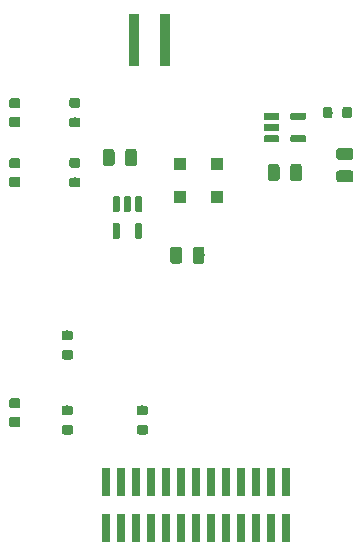
<source format=gbr>
G04 #@! TF.GenerationSoftware,KiCad,Pcbnew,(5.1.4)-1*
G04 #@! TF.CreationDate,2021-07-09T03:02:35+09:00*
G04 #@! TF.ProjectId,RemoteEmergencyKill,52656d6f-7465-4456-9d65-7267656e6379,rev?*
G04 #@! TF.SameCoordinates,Original*
G04 #@! TF.FileFunction,Paste,Top*
G04 #@! TF.FilePolarity,Positive*
%FSLAX46Y46*%
G04 Gerber Fmt 4.6, Leading zero omitted, Abs format (unit mm)*
G04 Created by KiCad (PCBNEW (5.1.4)-1) date 2021-07-09 03:02:35*
%MOMM*%
%LPD*%
G04 APERTURE LIST*
%ADD10R,0.740000X2.400000*%
%ADD11C,0.100000*%
%ADD12C,0.600000*%
%ADD13C,0.800000*%
%ADD14R,0.900000X4.500000*%
%ADD15C,0.875000*%
%ADD16R,1.100000X1.100000*%
%ADD17C,1.000000*%
G04 APERTURE END LIST*
D10*
X125854999Y-113790000D03*
X123314999Y-113790000D03*
X125854999Y-117690000D03*
X124584999Y-117690000D03*
X124584999Y-113790000D03*
X127124999Y-117690000D03*
X127124999Y-113790000D03*
X123314999Y-117690000D03*
X128394999Y-117690000D03*
X128394999Y-113790000D03*
X129664999Y-117690000D03*
X137284999Y-113790000D03*
X138554999Y-117690000D03*
X134744999Y-117690000D03*
X133474999Y-113790000D03*
X137284999Y-117690000D03*
X133474999Y-117690000D03*
X132204999Y-113790000D03*
X136014999Y-113790000D03*
X130934999Y-113790000D03*
X132204999Y-117690000D03*
X130934999Y-117690000D03*
X136014999Y-117690000D03*
X129664999Y-113790000D03*
X138554999Y-113790000D03*
X134744999Y-113790000D03*
D11*
G36*
X126209703Y-91915722D02*
G01*
X126224264Y-91917882D01*
X126238543Y-91921459D01*
X126252403Y-91926418D01*
X126265710Y-91932712D01*
X126278336Y-91940280D01*
X126290159Y-91949048D01*
X126301066Y-91958934D01*
X126310952Y-91969841D01*
X126319720Y-91981664D01*
X126327288Y-91994290D01*
X126333582Y-92007597D01*
X126338541Y-92021457D01*
X126342118Y-92035736D01*
X126344278Y-92050297D01*
X126345000Y-92065000D01*
X126345000Y-93090000D01*
X126344278Y-93104703D01*
X126342118Y-93119264D01*
X126338541Y-93133543D01*
X126333582Y-93147403D01*
X126327288Y-93160710D01*
X126319720Y-93173336D01*
X126310952Y-93185159D01*
X126301066Y-93196066D01*
X126290159Y-93205952D01*
X126278336Y-93214720D01*
X126265710Y-93222288D01*
X126252403Y-93228582D01*
X126238543Y-93233541D01*
X126224264Y-93237118D01*
X126209703Y-93239278D01*
X126195000Y-93240000D01*
X125895000Y-93240000D01*
X125880297Y-93239278D01*
X125865736Y-93237118D01*
X125851457Y-93233541D01*
X125837597Y-93228582D01*
X125824290Y-93222288D01*
X125811664Y-93214720D01*
X125799841Y-93205952D01*
X125788934Y-93196066D01*
X125779048Y-93185159D01*
X125770280Y-93173336D01*
X125762712Y-93160710D01*
X125756418Y-93147403D01*
X125751459Y-93133543D01*
X125747882Y-93119264D01*
X125745722Y-93104703D01*
X125745000Y-93090000D01*
X125745000Y-92065000D01*
X125745722Y-92050297D01*
X125747882Y-92035736D01*
X125751459Y-92021457D01*
X125756418Y-92007597D01*
X125762712Y-91994290D01*
X125770280Y-91981664D01*
X125779048Y-91969841D01*
X125788934Y-91958934D01*
X125799841Y-91949048D01*
X125811664Y-91940280D01*
X125824290Y-91932712D01*
X125837597Y-91926418D01*
X125851457Y-91921459D01*
X125865736Y-91917882D01*
X125880297Y-91915722D01*
X125895000Y-91915000D01*
X126195000Y-91915000D01*
X126209703Y-91915722D01*
X126209703Y-91915722D01*
G37*
D12*
X126045000Y-92577500D03*
D11*
G36*
X124309703Y-91915722D02*
G01*
X124324264Y-91917882D01*
X124338543Y-91921459D01*
X124352403Y-91926418D01*
X124365710Y-91932712D01*
X124378336Y-91940280D01*
X124390159Y-91949048D01*
X124401066Y-91958934D01*
X124410952Y-91969841D01*
X124419720Y-91981664D01*
X124427288Y-91994290D01*
X124433582Y-92007597D01*
X124438541Y-92021457D01*
X124442118Y-92035736D01*
X124444278Y-92050297D01*
X124445000Y-92065000D01*
X124445000Y-93090000D01*
X124444278Y-93104703D01*
X124442118Y-93119264D01*
X124438541Y-93133543D01*
X124433582Y-93147403D01*
X124427288Y-93160710D01*
X124419720Y-93173336D01*
X124410952Y-93185159D01*
X124401066Y-93196066D01*
X124390159Y-93205952D01*
X124378336Y-93214720D01*
X124365710Y-93222288D01*
X124352403Y-93228582D01*
X124338543Y-93233541D01*
X124324264Y-93237118D01*
X124309703Y-93239278D01*
X124295000Y-93240000D01*
X123995000Y-93240000D01*
X123980297Y-93239278D01*
X123965736Y-93237118D01*
X123951457Y-93233541D01*
X123937597Y-93228582D01*
X123924290Y-93222288D01*
X123911664Y-93214720D01*
X123899841Y-93205952D01*
X123888934Y-93196066D01*
X123879048Y-93185159D01*
X123870280Y-93173336D01*
X123862712Y-93160710D01*
X123856418Y-93147403D01*
X123851459Y-93133543D01*
X123847882Y-93119264D01*
X123845722Y-93104703D01*
X123845000Y-93090000D01*
X123845000Y-92065000D01*
X123845722Y-92050297D01*
X123847882Y-92035736D01*
X123851459Y-92021457D01*
X123856418Y-92007597D01*
X123862712Y-91994290D01*
X123870280Y-91981664D01*
X123879048Y-91969841D01*
X123888934Y-91958934D01*
X123899841Y-91949048D01*
X123911664Y-91940280D01*
X123924290Y-91932712D01*
X123937597Y-91926418D01*
X123951457Y-91921459D01*
X123965736Y-91917882D01*
X123980297Y-91915722D01*
X123995000Y-91915000D01*
X124295000Y-91915000D01*
X124309703Y-91915722D01*
X124309703Y-91915722D01*
G37*
D12*
X124145000Y-92577500D03*
D11*
G36*
X124309703Y-89640722D02*
G01*
X124324264Y-89642882D01*
X124338543Y-89646459D01*
X124352403Y-89651418D01*
X124365710Y-89657712D01*
X124378336Y-89665280D01*
X124390159Y-89674048D01*
X124401066Y-89683934D01*
X124410952Y-89694841D01*
X124419720Y-89706664D01*
X124427288Y-89719290D01*
X124433582Y-89732597D01*
X124438541Y-89746457D01*
X124442118Y-89760736D01*
X124444278Y-89775297D01*
X124445000Y-89790000D01*
X124445000Y-90815000D01*
X124444278Y-90829703D01*
X124442118Y-90844264D01*
X124438541Y-90858543D01*
X124433582Y-90872403D01*
X124427288Y-90885710D01*
X124419720Y-90898336D01*
X124410952Y-90910159D01*
X124401066Y-90921066D01*
X124390159Y-90930952D01*
X124378336Y-90939720D01*
X124365710Y-90947288D01*
X124352403Y-90953582D01*
X124338543Y-90958541D01*
X124324264Y-90962118D01*
X124309703Y-90964278D01*
X124295000Y-90965000D01*
X123995000Y-90965000D01*
X123980297Y-90964278D01*
X123965736Y-90962118D01*
X123951457Y-90958541D01*
X123937597Y-90953582D01*
X123924290Y-90947288D01*
X123911664Y-90939720D01*
X123899841Y-90930952D01*
X123888934Y-90921066D01*
X123879048Y-90910159D01*
X123870280Y-90898336D01*
X123862712Y-90885710D01*
X123856418Y-90872403D01*
X123851459Y-90858543D01*
X123847882Y-90844264D01*
X123845722Y-90829703D01*
X123845000Y-90815000D01*
X123845000Y-89790000D01*
X123845722Y-89775297D01*
X123847882Y-89760736D01*
X123851459Y-89746457D01*
X123856418Y-89732597D01*
X123862712Y-89719290D01*
X123870280Y-89706664D01*
X123879048Y-89694841D01*
X123888934Y-89683934D01*
X123899841Y-89674048D01*
X123911664Y-89665280D01*
X123924290Y-89657712D01*
X123937597Y-89651418D01*
X123951457Y-89646459D01*
X123965736Y-89642882D01*
X123980297Y-89640722D01*
X123995000Y-89640000D01*
X124295000Y-89640000D01*
X124309703Y-89640722D01*
X124309703Y-89640722D01*
G37*
D12*
X124145000Y-90302500D03*
D11*
G36*
X125259703Y-89640722D02*
G01*
X125274264Y-89642882D01*
X125288543Y-89646459D01*
X125302403Y-89651418D01*
X125315710Y-89657712D01*
X125328336Y-89665280D01*
X125340159Y-89674048D01*
X125351066Y-89683934D01*
X125360952Y-89694841D01*
X125369720Y-89706664D01*
X125377288Y-89719290D01*
X125383582Y-89732597D01*
X125388541Y-89746457D01*
X125392118Y-89760736D01*
X125394278Y-89775297D01*
X125395000Y-89790000D01*
X125395000Y-90815000D01*
X125394278Y-90829703D01*
X125392118Y-90844264D01*
X125388541Y-90858543D01*
X125383582Y-90872403D01*
X125377288Y-90885710D01*
X125369720Y-90898336D01*
X125360952Y-90910159D01*
X125351066Y-90921066D01*
X125340159Y-90930952D01*
X125328336Y-90939720D01*
X125315710Y-90947288D01*
X125302403Y-90953582D01*
X125288543Y-90958541D01*
X125274264Y-90962118D01*
X125259703Y-90964278D01*
X125245000Y-90965000D01*
X124945000Y-90965000D01*
X124930297Y-90964278D01*
X124915736Y-90962118D01*
X124901457Y-90958541D01*
X124887597Y-90953582D01*
X124874290Y-90947288D01*
X124861664Y-90939720D01*
X124849841Y-90930952D01*
X124838934Y-90921066D01*
X124829048Y-90910159D01*
X124820280Y-90898336D01*
X124812712Y-90885710D01*
X124806418Y-90872403D01*
X124801459Y-90858543D01*
X124797882Y-90844264D01*
X124795722Y-90829703D01*
X124795000Y-90815000D01*
X124795000Y-89790000D01*
X124795722Y-89775297D01*
X124797882Y-89760736D01*
X124801459Y-89746457D01*
X124806418Y-89732597D01*
X124812712Y-89719290D01*
X124820280Y-89706664D01*
X124829048Y-89694841D01*
X124838934Y-89683934D01*
X124849841Y-89674048D01*
X124861664Y-89665280D01*
X124874290Y-89657712D01*
X124887597Y-89651418D01*
X124901457Y-89646459D01*
X124915736Y-89642882D01*
X124930297Y-89640722D01*
X124945000Y-89640000D01*
X125245000Y-89640000D01*
X125259703Y-89640722D01*
X125259703Y-89640722D01*
G37*
D12*
X125095000Y-90302500D03*
D11*
G36*
X126209703Y-89640722D02*
G01*
X126224264Y-89642882D01*
X126238543Y-89646459D01*
X126252403Y-89651418D01*
X126265710Y-89657712D01*
X126278336Y-89665280D01*
X126290159Y-89674048D01*
X126301066Y-89683934D01*
X126310952Y-89694841D01*
X126319720Y-89706664D01*
X126327288Y-89719290D01*
X126333582Y-89732597D01*
X126338541Y-89746457D01*
X126342118Y-89760736D01*
X126344278Y-89775297D01*
X126345000Y-89790000D01*
X126345000Y-90815000D01*
X126344278Y-90829703D01*
X126342118Y-90844264D01*
X126338541Y-90858543D01*
X126333582Y-90872403D01*
X126327288Y-90885710D01*
X126319720Y-90898336D01*
X126310952Y-90910159D01*
X126301066Y-90921066D01*
X126290159Y-90930952D01*
X126278336Y-90939720D01*
X126265710Y-90947288D01*
X126252403Y-90953582D01*
X126238543Y-90958541D01*
X126224264Y-90962118D01*
X126209703Y-90964278D01*
X126195000Y-90965000D01*
X125895000Y-90965000D01*
X125880297Y-90964278D01*
X125865736Y-90962118D01*
X125851457Y-90958541D01*
X125837597Y-90953582D01*
X125824290Y-90947288D01*
X125811664Y-90939720D01*
X125799841Y-90930952D01*
X125788934Y-90921066D01*
X125779048Y-90910159D01*
X125770280Y-90898336D01*
X125762712Y-90885710D01*
X125756418Y-90872403D01*
X125751459Y-90858543D01*
X125747882Y-90844264D01*
X125745722Y-90829703D01*
X125745000Y-90815000D01*
X125745000Y-89790000D01*
X125745722Y-89775297D01*
X125747882Y-89760736D01*
X125751459Y-89746457D01*
X125756418Y-89732597D01*
X125762712Y-89719290D01*
X125770280Y-89706664D01*
X125779048Y-89694841D01*
X125788934Y-89683934D01*
X125799841Y-89674048D01*
X125811664Y-89665280D01*
X125824290Y-89657712D01*
X125837597Y-89651418D01*
X125851457Y-89646459D01*
X125865736Y-89642882D01*
X125880297Y-89640722D01*
X125895000Y-89640000D01*
X126195000Y-89640000D01*
X126209703Y-89640722D01*
X126209703Y-89640722D01*
G37*
D12*
X126045000Y-90302500D03*
D11*
G36*
X140094703Y-82570722D02*
G01*
X140109264Y-82572882D01*
X140123543Y-82576459D01*
X140137403Y-82581418D01*
X140150710Y-82587712D01*
X140163336Y-82595280D01*
X140175159Y-82604048D01*
X140186066Y-82613934D01*
X140195952Y-82624841D01*
X140204720Y-82636664D01*
X140212288Y-82649290D01*
X140218582Y-82662597D01*
X140223541Y-82676457D01*
X140227118Y-82690736D01*
X140229278Y-82705297D01*
X140230000Y-82720000D01*
X140230000Y-83020000D01*
X140229278Y-83034703D01*
X140227118Y-83049264D01*
X140223541Y-83063543D01*
X140218582Y-83077403D01*
X140212288Y-83090710D01*
X140204720Y-83103336D01*
X140195952Y-83115159D01*
X140186066Y-83126066D01*
X140175159Y-83135952D01*
X140163336Y-83144720D01*
X140150710Y-83152288D01*
X140137403Y-83158582D01*
X140123543Y-83163541D01*
X140109264Y-83167118D01*
X140094703Y-83169278D01*
X140080000Y-83170000D01*
X139055000Y-83170000D01*
X139040297Y-83169278D01*
X139025736Y-83167118D01*
X139011457Y-83163541D01*
X138997597Y-83158582D01*
X138984290Y-83152288D01*
X138971664Y-83144720D01*
X138959841Y-83135952D01*
X138948934Y-83126066D01*
X138939048Y-83115159D01*
X138930280Y-83103336D01*
X138922712Y-83090710D01*
X138916418Y-83077403D01*
X138911459Y-83063543D01*
X138907882Y-83049264D01*
X138905722Y-83034703D01*
X138905000Y-83020000D01*
X138905000Y-82720000D01*
X138905722Y-82705297D01*
X138907882Y-82690736D01*
X138911459Y-82676457D01*
X138916418Y-82662597D01*
X138922712Y-82649290D01*
X138930280Y-82636664D01*
X138939048Y-82624841D01*
X138948934Y-82613934D01*
X138959841Y-82604048D01*
X138971664Y-82595280D01*
X138984290Y-82587712D01*
X138997597Y-82581418D01*
X139011457Y-82576459D01*
X139025736Y-82572882D01*
X139040297Y-82570722D01*
X139055000Y-82570000D01*
X140080000Y-82570000D01*
X140094703Y-82570722D01*
X140094703Y-82570722D01*
G37*
D12*
X139567500Y-82870000D03*
D11*
G36*
X140094703Y-84470722D02*
G01*
X140109264Y-84472882D01*
X140123543Y-84476459D01*
X140137403Y-84481418D01*
X140150710Y-84487712D01*
X140163336Y-84495280D01*
X140175159Y-84504048D01*
X140186066Y-84513934D01*
X140195952Y-84524841D01*
X140204720Y-84536664D01*
X140212288Y-84549290D01*
X140218582Y-84562597D01*
X140223541Y-84576457D01*
X140227118Y-84590736D01*
X140229278Y-84605297D01*
X140230000Y-84620000D01*
X140230000Y-84920000D01*
X140229278Y-84934703D01*
X140227118Y-84949264D01*
X140223541Y-84963543D01*
X140218582Y-84977403D01*
X140212288Y-84990710D01*
X140204720Y-85003336D01*
X140195952Y-85015159D01*
X140186066Y-85026066D01*
X140175159Y-85035952D01*
X140163336Y-85044720D01*
X140150710Y-85052288D01*
X140137403Y-85058582D01*
X140123543Y-85063541D01*
X140109264Y-85067118D01*
X140094703Y-85069278D01*
X140080000Y-85070000D01*
X139055000Y-85070000D01*
X139040297Y-85069278D01*
X139025736Y-85067118D01*
X139011457Y-85063541D01*
X138997597Y-85058582D01*
X138984290Y-85052288D01*
X138971664Y-85044720D01*
X138959841Y-85035952D01*
X138948934Y-85026066D01*
X138939048Y-85015159D01*
X138930280Y-85003336D01*
X138922712Y-84990710D01*
X138916418Y-84977403D01*
X138911459Y-84963543D01*
X138907882Y-84949264D01*
X138905722Y-84934703D01*
X138905000Y-84920000D01*
X138905000Y-84620000D01*
X138905722Y-84605297D01*
X138907882Y-84590736D01*
X138911459Y-84576457D01*
X138916418Y-84562597D01*
X138922712Y-84549290D01*
X138930280Y-84536664D01*
X138939048Y-84524841D01*
X138948934Y-84513934D01*
X138959841Y-84504048D01*
X138971664Y-84495280D01*
X138984290Y-84487712D01*
X138997597Y-84481418D01*
X139011457Y-84476459D01*
X139025736Y-84472882D01*
X139040297Y-84470722D01*
X139055000Y-84470000D01*
X140080000Y-84470000D01*
X140094703Y-84470722D01*
X140094703Y-84470722D01*
G37*
D12*
X139567500Y-84770000D03*
D11*
G36*
X137819703Y-84470722D02*
G01*
X137834264Y-84472882D01*
X137848543Y-84476459D01*
X137862403Y-84481418D01*
X137875710Y-84487712D01*
X137888336Y-84495280D01*
X137900159Y-84504048D01*
X137911066Y-84513934D01*
X137920952Y-84524841D01*
X137929720Y-84536664D01*
X137937288Y-84549290D01*
X137943582Y-84562597D01*
X137948541Y-84576457D01*
X137952118Y-84590736D01*
X137954278Y-84605297D01*
X137955000Y-84620000D01*
X137955000Y-84920000D01*
X137954278Y-84934703D01*
X137952118Y-84949264D01*
X137948541Y-84963543D01*
X137943582Y-84977403D01*
X137937288Y-84990710D01*
X137929720Y-85003336D01*
X137920952Y-85015159D01*
X137911066Y-85026066D01*
X137900159Y-85035952D01*
X137888336Y-85044720D01*
X137875710Y-85052288D01*
X137862403Y-85058582D01*
X137848543Y-85063541D01*
X137834264Y-85067118D01*
X137819703Y-85069278D01*
X137805000Y-85070000D01*
X136780000Y-85070000D01*
X136765297Y-85069278D01*
X136750736Y-85067118D01*
X136736457Y-85063541D01*
X136722597Y-85058582D01*
X136709290Y-85052288D01*
X136696664Y-85044720D01*
X136684841Y-85035952D01*
X136673934Y-85026066D01*
X136664048Y-85015159D01*
X136655280Y-85003336D01*
X136647712Y-84990710D01*
X136641418Y-84977403D01*
X136636459Y-84963543D01*
X136632882Y-84949264D01*
X136630722Y-84934703D01*
X136630000Y-84920000D01*
X136630000Y-84620000D01*
X136630722Y-84605297D01*
X136632882Y-84590736D01*
X136636459Y-84576457D01*
X136641418Y-84562597D01*
X136647712Y-84549290D01*
X136655280Y-84536664D01*
X136664048Y-84524841D01*
X136673934Y-84513934D01*
X136684841Y-84504048D01*
X136696664Y-84495280D01*
X136709290Y-84487712D01*
X136722597Y-84481418D01*
X136736457Y-84476459D01*
X136750736Y-84472882D01*
X136765297Y-84470722D01*
X136780000Y-84470000D01*
X137805000Y-84470000D01*
X137819703Y-84470722D01*
X137819703Y-84470722D01*
G37*
D12*
X137292500Y-84770000D03*
D11*
G36*
X137819703Y-83520722D02*
G01*
X137834264Y-83522882D01*
X137848543Y-83526459D01*
X137862403Y-83531418D01*
X137875710Y-83537712D01*
X137888336Y-83545280D01*
X137900159Y-83554048D01*
X137911066Y-83563934D01*
X137920952Y-83574841D01*
X137929720Y-83586664D01*
X137937288Y-83599290D01*
X137943582Y-83612597D01*
X137948541Y-83626457D01*
X137952118Y-83640736D01*
X137954278Y-83655297D01*
X137955000Y-83670000D01*
X137955000Y-83970000D01*
X137954278Y-83984703D01*
X137952118Y-83999264D01*
X137948541Y-84013543D01*
X137943582Y-84027403D01*
X137937288Y-84040710D01*
X137929720Y-84053336D01*
X137920952Y-84065159D01*
X137911066Y-84076066D01*
X137900159Y-84085952D01*
X137888336Y-84094720D01*
X137875710Y-84102288D01*
X137862403Y-84108582D01*
X137848543Y-84113541D01*
X137834264Y-84117118D01*
X137819703Y-84119278D01*
X137805000Y-84120000D01*
X136780000Y-84120000D01*
X136765297Y-84119278D01*
X136750736Y-84117118D01*
X136736457Y-84113541D01*
X136722597Y-84108582D01*
X136709290Y-84102288D01*
X136696664Y-84094720D01*
X136684841Y-84085952D01*
X136673934Y-84076066D01*
X136664048Y-84065159D01*
X136655280Y-84053336D01*
X136647712Y-84040710D01*
X136641418Y-84027403D01*
X136636459Y-84013543D01*
X136632882Y-83999264D01*
X136630722Y-83984703D01*
X136630000Y-83970000D01*
X136630000Y-83670000D01*
X136630722Y-83655297D01*
X136632882Y-83640736D01*
X136636459Y-83626457D01*
X136641418Y-83612597D01*
X136647712Y-83599290D01*
X136655280Y-83586664D01*
X136664048Y-83574841D01*
X136673934Y-83563934D01*
X136684841Y-83554048D01*
X136696664Y-83545280D01*
X136709290Y-83537712D01*
X136722597Y-83531418D01*
X136736457Y-83526459D01*
X136750736Y-83522882D01*
X136765297Y-83520722D01*
X136780000Y-83520000D01*
X137805000Y-83520000D01*
X137819703Y-83520722D01*
X137819703Y-83520722D01*
G37*
D12*
X137292500Y-83820000D03*
D11*
G36*
X137819703Y-82570722D02*
G01*
X137834264Y-82572882D01*
X137848543Y-82576459D01*
X137862403Y-82581418D01*
X137875710Y-82587712D01*
X137888336Y-82595280D01*
X137900159Y-82604048D01*
X137911066Y-82613934D01*
X137920952Y-82624841D01*
X137929720Y-82636664D01*
X137937288Y-82649290D01*
X137943582Y-82662597D01*
X137948541Y-82676457D01*
X137952118Y-82690736D01*
X137954278Y-82705297D01*
X137955000Y-82720000D01*
X137955000Y-83020000D01*
X137954278Y-83034703D01*
X137952118Y-83049264D01*
X137948541Y-83063543D01*
X137943582Y-83077403D01*
X137937288Y-83090710D01*
X137929720Y-83103336D01*
X137920952Y-83115159D01*
X137911066Y-83126066D01*
X137900159Y-83135952D01*
X137888336Y-83144720D01*
X137875710Y-83152288D01*
X137862403Y-83158582D01*
X137848543Y-83163541D01*
X137834264Y-83167118D01*
X137819703Y-83169278D01*
X137805000Y-83170000D01*
X136780000Y-83170000D01*
X136765297Y-83169278D01*
X136750736Y-83167118D01*
X136736457Y-83163541D01*
X136722597Y-83158582D01*
X136709290Y-83152288D01*
X136696664Y-83144720D01*
X136684841Y-83135952D01*
X136673934Y-83126066D01*
X136664048Y-83115159D01*
X136655280Y-83103336D01*
X136647712Y-83090710D01*
X136641418Y-83077403D01*
X136636459Y-83063543D01*
X136632882Y-83049264D01*
X136630722Y-83034703D01*
X136630000Y-83020000D01*
X136630000Y-82720000D01*
X136630722Y-82705297D01*
X136632882Y-82690736D01*
X136636459Y-82676457D01*
X136641418Y-82662597D01*
X136647712Y-82649290D01*
X136655280Y-82636664D01*
X136664048Y-82624841D01*
X136673934Y-82613934D01*
X136684841Y-82604048D01*
X136696664Y-82595280D01*
X136709290Y-82587712D01*
X136722597Y-82581418D01*
X136736457Y-82576459D01*
X136750736Y-82572882D01*
X136765297Y-82570722D01*
X136780000Y-82570000D01*
X137805000Y-82570000D01*
X137819703Y-82570722D01*
X137819703Y-82570722D01*
G37*
D12*
X137292500Y-82870000D03*
D11*
G36*
X120309603Y-102660963D02*
G01*
X120329018Y-102663843D01*
X120348057Y-102668612D01*
X120366537Y-102675224D01*
X120384279Y-102683616D01*
X120401114Y-102693706D01*
X120416879Y-102705398D01*
X120431421Y-102718579D01*
X120444602Y-102733121D01*
X120456294Y-102748886D01*
X120466384Y-102765721D01*
X120474776Y-102783463D01*
X120481388Y-102801943D01*
X120486157Y-102820982D01*
X120489037Y-102840397D01*
X120490000Y-102860000D01*
X120490000Y-103260000D01*
X120489037Y-103279603D01*
X120486157Y-103299018D01*
X120481388Y-103318057D01*
X120474776Y-103336537D01*
X120466384Y-103354279D01*
X120456294Y-103371114D01*
X120444602Y-103386879D01*
X120431421Y-103401421D01*
X120416879Y-103414602D01*
X120401114Y-103426294D01*
X120384279Y-103436384D01*
X120366537Y-103444776D01*
X120348057Y-103451388D01*
X120329018Y-103456157D01*
X120309603Y-103459037D01*
X120290000Y-103460000D01*
X119740000Y-103460000D01*
X119720397Y-103459037D01*
X119700982Y-103456157D01*
X119681943Y-103451388D01*
X119663463Y-103444776D01*
X119645721Y-103436384D01*
X119628886Y-103426294D01*
X119613121Y-103414602D01*
X119598579Y-103401421D01*
X119585398Y-103386879D01*
X119573706Y-103371114D01*
X119563616Y-103354279D01*
X119555224Y-103336537D01*
X119548612Y-103318057D01*
X119543843Y-103299018D01*
X119540963Y-103279603D01*
X119540000Y-103260000D01*
X119540000Y-102860000D01*
X119540963Y-102840397D01*
X119543843Y-102820982D01*
X119548612Y-102801943D01*
X119555224Y-102783463D01*
X119563616Y-102765721D01*
X119573706Y-102748886D01*
X119585398Y-102733121D01*
X119598579Y-102718579D01*
X119613121Y-102705398D01*
X119628886Y-102693706D01*
X119645721Y-102683616D01*
X119663463Y-102675224D01*
X119681943Y-102668612D01*
X119700982Y-102663843D01*
X119720397Y-102660963D01*
X119740000Y-102660000D01*
X120290000Y-102660000D01*
X120309603Y-102660963D01*
X120309603Y-102660963D01*
G37*
D13*
X120015000Y-103060000D03*
D11*
G36*
X120309603Y-101010963D02*
G01*
X120329018Y-101013843D01*
X120348057Y-101018612D01*
X120366537Y-101025224D01*
X120384279Y-101033616D01*
X120401114Y-101043706D01*
X120416879Y-101055398D01*
X120431421Y-101068579D01*
X120444602Y-101083121D01*
X120456294Y-101098886D01*
X120466384Y-101115721D01*
X120474776Y-101133463D01*
X120481388Y-101151943D01*
X120486157Y-101170982D01*
X120489037Y-101190397D01*
X120490000Y-101210000D01*
X120490000Y-101610000D01*
X120489037Y-101629603D01*
X120486157Y-101649018D01*
X120481388Y-101668057D01*
X120474776Y-101686537D01*
X120466384Y-101704279D01*
X120456294Y-101721114D01*
X120444602Y-101736879D01*
X120431421Y-101751421D01*
X120416879Y-101764602D01*
X120401114Y-101776294D01*
X120384279Y-101786384D01*
X120366537Y-101794776D01*
X120348057Y-101801388D01*
X120329018Y-101806157D01*
X120309603Y-101809037D01*
X120290000Y-101810000D01*
X119740000Y-101810000D01*
X119720397Y-101809037D01*
X119700982Y-101806157D01*
X119681943Y-101801388D01*
X119663463Y-101794776D01*
X119645721Y-101786384D01*
X119628886Y-101776294D01*
X119613121Y-101764602D01*
X119598579Y-101751421D01*
X119585398Y-101736879D01*
X119573706Y-101721114D01*
X119563616Y-101704279D01*
X119555224Y-101686537D01*
X119548612Y-101668057D01*
X119543843Y-101649018D01*
X119540963Y-101629603D01*
X119540000Y-101610000D01*
X119540000Y-101210000D01*
X119540963Y-101190397D01*
X119543843Y-101170982D01*
X119548612Y-101151943D01*
X119555224Y-101133463D01*
X119563616Y-101115721D01*
X119573706Y-101098886D01*
X119585398Y-101083121D01*
X119598579Y-101068579D01*
X119613121Y-101055398D01*
X119628886Y-101043706D01*
X119645721Y-101033616D01*
X119663463Y-101025224D01*
X119681943Y-101018612D01*
X119700982Y-101013843D01*
X119720397Y-101010963D01*
X119740000Y-101010000D01*
X120290000Y-101010000D01*
X120309603Y-101010963D01*
X120309603Y-101010963D01*
G37*
D13*
X120015000Y-101410000D03*
D11*
G36*
X120309603Y-109010963D02*
G01*
X120329018Y-109013843D01*
X120348057Y-109018612D01*
X120366537Y-109025224D01*
X120384279Y-109033616D01*
X120401114Y-109043706D01*
X120416879Y-109055398D01*
X120431421Y-109068579D01*
X120444602Y-109083121D01*
X120456294Y-109098886D01*
X120466384Y-109115721D01*
X120474776Y-109133463D01*
X120481388Y-109151943D01*
X120486157Y-109170982D01*
X120489037Y-109190397D01*
X120490000Y-109210000D01*
X120490000Y-109610000D01*
X120489037Y-109629603D01*
X120486157Y-109649018D01*
X120481388Y-109668057D01*
X120474776Y-109686537D01*
X120466384Y-109704279D01*
X120456294Y-109721114D01*
X120444602Y-109736879D01*
X120431421Y-109751421D01*
X120416879Y-109764602D01*
X120401114Y-109776294D01*
X120384279Y-109786384D01*
X120366537Y-109794776D01*
X120348057Y-109801388D01*
X120329018Y-109806157D01*
X120309603Y-109809037D01*
X120290000Y-109810000D01*
X119740000Y-109810000D01*
X119720397Y-109809037D01*
X119700982Y-109806157D01*
X119681943Y-109801388D01*
X119663463Y-109794776D01*
X119645721Y-109786384D01*
X119628886Y-109776294D01*
X119613121Y-109764602D01*
X119598579Y-109751421D01*
X119585398Y-109736879D01*
X119573706Y-109721114D01*
X119563616Y-109704279D01*
X119555224Y-109686537D01*
X119548612Y-109668057D01*
X119543843Y-109649018D01*
X119540963Y-109629603D01*
X119540000Y-109610000D01*
X119540000Y-109210000D01*
X119540963Y-109190397D01*
X119543843Y-109170982D01*
X119548612Y-109151943D01*
X119555224Y-109133463D01*
X119563616Y-109115721D01*
X119573706Y-109098886D01*
X119585398Y-109083121D01*
X119598579Y-109068579D01*
X119613121Y-109055398D01*
X119628886Y-109043706D01*
X119645721Y-109033616D01*
X119663463Y-109025224D01*
X119681943Y-109018612D01*
X119700982Y-109013843D01*
X119720397Y-109010963D01*
X119740000Y-109010000D01*
X120290000Y-109010000D01*
X120309603Y-109010963D01*
X120309603Y-109010963D01*
G37*
D13*
X120015000Y-109410000D03*
D11*
G36*
X120309603Y-107360963D02*
G01*
X120329018Y-107363843D01*
X120348057Y-107368612D01*
X120366537Y-107375224D01*
X120384279Y-107383616D01*
X120401114Y-107393706D01*
X120416879Y-107405398D01*
X120431421Y-107418579D01*
X120444602Y-107433121D01*
X120456294Y-107448886D01*
X120466384Y-107465721D01*
X120474776Y-107483463D01*
X120481388Y-107501943D01*
X120486157Y-107520982D01*
X120489037Y-107540397D01*
X120490000Y-107560000D01*
X120490000Y-107960000D01*
X120489037Y-107979603D01*
X120486157Y-107999018D01*
X120481388Y-108018057D01*
X120474776Y-108036537D01*
X120466384Y-108054279D01*
X120456294Y-108071114D01*
X120444602Y-108086879D01*
X120431421Y-108101421D01*
X120416879Y-108114602D01*
X120401114Y-108126294D01*
X120384279Y-108136384D01*
X120366537Y-108144776D01*
X120348057Y-108151388D01*
X120329018Y-108156157D01*
X120309603Y-108159037D01*
X120290000Y-108160000D01*
X119740000Y-108160000D01*
X119720397Y-108159037D01*
X119700982Y-108156157D01*
X119681943Y-108151388D01*
X119663463Y-108144776D01*
X119645721Y-108136384D01*
X119628886Y-108126294D01*
X119613121Y-108114602D01*
X119598579Y-108101421D01*
X119585398Y-108086879D01*
X119573706Y-108071114D01*
X119563616Y-108054279D01*
X119555224Y-108036537D01*
X119548612Y-108018057D01*
X119543843Y-107999018D01*
X119540963Y-107979603D01*
X119540000Y-107960000D01*
X119540000Y-107560000D01*
X119540963Y-107540397D01*
X119543843Y-107520982D01*
X119548612Y-107501943D01*
X119555224Y-107483463D01*
X119563616Y-107465721D01*
X119573706Y-107448886D01*
X119585398Y-107433121D01*
X119598579Y-107418579D01*
X119613121Y-107405398D01*
X119628886Y-107393706D01*
X119645721Y-107383616D01*
X119663463Y-107375224D01*
X119681943Y-107368612D01*
X119700982Y-107363843D01*
X119720397Y-107360963D01*
X119740000Y-107360000D01*
X120290000Y-107360000D01*
X120309603Y-107360963D01*
X120309603Y-107360963D01*
G37*
D13*
X120015000Y-107760000D03*
D11*
G36*
X126659603Y-107360963D02*
G01*
X126679018Y-107363843D01*
X126698057Y-107368612D01*
X126716537Y-107375224D01*
X126734279Y-107383616D01*
X126751114Y-107393706D01*
X126766879Y-107405398D01*
X126781421Y-107418579D01*
X126794602Y-107433121D01*
X126806294Y-107448886D01*
X126816384Y-107465721D01*
X126824776Y-107483463D01*
X126831388Y-107501943D01*
X126836157Y-107520982D01*
X126839037Y-107540397D01*
X126840000Y-107560000D01*
X126840000Y-107960000D01*
X126839037Y-107979603D01*
X126836157Y-107999018D01*
X126831388Y-108018057D01*
X126824776Y-108036537D01*
X126816384Y-108054279D01*
X126806294Y-108071114D01*
X126794602Y-108086879D01*
X126781421Y-108101421D01*
X126766879Y-108114602D01*
X126751114Y-108126294D01*
X126734279Y-108136384D01*
X126716537Y-108144776D01*
X126698057Y-108151388D01*
X126679018Y-108156157D01*
X126659603Y-108159037D01*
X126640000Y-108160000D01*
X126090000Y-108160000D01*
X126070397Y-108159037D01*
X126050982Y-108156157D01*
X126031943Y-108151388D01*
X126013463Y-108144776D01*
X125995721Y-108136384D01*
X125978886Y-108126294D01*
X125963121Y-108114602D01*
X125948579Y-108101421D01*
X125935398Y-108086879D01*
X125923706Y-108071114D01*
X125913616Y-108054279D01*
X125905224Y-108036537D01*
X125898612Y-108018057D01*
X125893843Y-107999018D01*
X125890963Y-107979603D01*
X125890000Y-107960000D01*
X125890000Y-107560000D01*
X125890963Y-107540397D01*
X125893843Y-107520982D01*
X125898612Y-107501943D01*
X125905224Y-107483463D01*
X125913616Y-107465721D01*
X125923706Y-107448886D01*
X125935398Y-107433121D01*
X125948579Y-107418579D01*
X125963121Y-107405398D01*
X125978886Y-107393706D01*
X125995721Y-107383616D01*
X126013463Y-107375224D01*
X126031943Y-107368612D01*
X126050982Y-107363843D01*
X126070397Y-107360963D01*
X126090000Y-107360000D01*
X126640000Y-107360000D01*
X126659603Y-107360963D01*
X126659603Y-107360963D01*
G37*
D13*
X126365000Y-107760000D03*
D11*
G36*
X126659603Y-109010963D02*
G01*
X126679018Y-109013843D01*
X126698057Y-109018612D01*
X126716537Y-109025224D01*
X126734279Y-109033616D01*
X126751114Y-109043706D01*
X126766879Y-109055398D01*
X126781421Y-109068579D01*
X126794602Y-109083121D01*
X126806294Y-109098886D01*
X126816384Y-109115721D01*
X126824776Y-109133463D01*
X126831388Y-109151943D01*
X126836157Y-109170982D01*
X126839037Y-109190397D01*
X126840000Y-109210000D01*
X126840000Y-109610000D01*
X126839037Y-109629603D01*
X126836157Y-109649018D01*
X126831388Y-109668057D01*
X126824776Y-109686537D01*
X126816384Y-109704279D01*
X126806294Y-109721114D01*
X126794602Y-109736879D01*
X126781421Y-109751421D01*
X126766879Y-109764602D01*
X126751114Y-109776294D01*
X126734279Y-109786384D01*
X126716537Y-109794776D01*
X126698057Y-109801388D01*
X126679018Y-109806157D01*
X126659603Y-109809037D01*
X126640000Y-109810000D01*
X126090000Y-109810000D01*
X126070397Y-109809037D01*
X126050982Y-109806157D01*
X126031943Y-109801388D01*
X126013463Y-109794776D01*
X125995721Y-109786384D01*
X125978886Y-109776294D01*
X125963121Y-109764602D01*
X125948579Y-109751421D01*
X125935398Y-109736879D01*
X125923706Y-109721114D01*
X125913616Y-109704279D01*
X125905224Y-109686537D01*
X125898612Y-109668057D01*
X125893843Y-109649018D01*
X125890963Y-109629603D01*
X125890000Y-109610000D01*
X125890000Y-109210000D01*
X125890963Y-109190397D01*
X125893843Y-109170982D01*
X125898612Y-109151943D01*
X125905224Y-109133463D01*
X125913616Y-109115721D01*
X125923706Y-109098886D01*
X125935398Y-109083121D01*
X125948579Y-109068579D01*
X125963121Y-109055398D01*
X125978886Y-109043706D01*
X125995721Y-109033616D01*
X126013463Y-109025224D01*
X126031943Y-109018612D01*
X126050982Y-109013843D01*
X126070397Y-109010963D01*
X126090000Y-109010000D01*
X126640000Y-109010000D01*
X126659603Y-109010963D01*
X126659603Y-109010963D01*
G37*
D13*
X126365000Y-109410000D03*
D11*
G36*
X120944603Y-88055963D02*
G01*
X120964018Y-88058843D01*
X120983057Y-88063612D01*
X121001537Y-88070224D01*
X121019279Y-88078616D01*
X121036114Y-88088706D01*
X121051879Y-88100398D01*
X121066421Y-88113579D01*
X121079602Y-88128121D01*
X121091294Y-88143886D01*
X121101384Y-88160721D01*
X121109776Y-88178463D01*
X121116388Y-88196943D01*
X121121157Y-88215982D01*
X121124037Y-88235397D01*
X121125000Y-88255000D01*
X121125000Y-88655000D01*
X121124037Y-88674603D01*
X121121157Y-88694018D01*
X121116388Y-88713057D01*
X121109776Y-88731537D01*
X121101384Y-88749279D01*
X121091294Y-88766114D01*
X121079602Y-88781879D01*
X121066421Y-88796421D01*
X121051879Y-88809602D01*
X121036114Y-88821294D01*
X121019279Y-88831384D01*
X121001537Y-88839776D01*
X120983057Y-88846388D01*
X120964018Y-88851157D01*
X120944603Y-88854037D01*
X120925000Y-88855000D01*
X120375000Y-88855000D01*
X120355397Y-88854037D01*
X120335982Y-88851157D01*
X120316943Y-88846388D01*
X120298463Y-88839776D01*
X120280721Y-88831384D01*
X120263886Y-88821294D01*
X120248121Y-88809602D01*
X120233579Y-88796421D01*
X120220398Y-88781879D01*
X120208706Y-88766114D01*
X120198616Y-88749279D01*
X120190224Y-88731537D01*
X120183612Y-88713057D01*
X120178843Y-88694018D01*
X120175963Y-88674603D01*
X120175000Y-88655000D01*
X120175000Y-88255000D01*
X120175963Y-88235397D01*
X120178843Y-88215982D01*
X120183612Y-88196943D01*
X120190224Y-88178463D01*
X120198616Y-88160721D01*
X120208706Y-88143886D01*
X120220398Y-88128121D01*
X120233579Y-88113579D01*
X120248121Y-88100398D01*
X120263886Y-88088706D01*
X120280721Y-88078616D01*
X120298463Y-88070224D01*
X120316943Y-88063612D01*
X120335982Y-88058843D01*
X120355397Y-88055963D01*
X120375000Y-88055000D01*
X120925000Y-88055000D01*
X120944603Y-88055963D01*
X120944603Y-88055963D01*
G37*
D13*
X120650000Y-88455000D03*
D11*
G36*
X120944603Y-86405963D02*
G01*
X120964018Y-86408843D01*
X120983057Y-86413612D01*
X121001537Y-86420224D01*
X121019279Y-86428616D01*
X121036114Y-86438706D01*
X121051879Y-86450398D01*
X121066421Y-86463579D01*
X121079602Y-86478121D01*
X121091294Y-86493886D01*
X121101384Y-86510721D01*
X121109776Y-86528463D01*
X121116388Y-86546943D01*
X121121157Y-86565982D01*
X121124037Y-86585397D01*
X121125000Y-86605000D01*
X121125000Y-87005000D01*
X121124037Y-87024603D01*
X121121157Y-87044018D01*
X121116388Y-87063057D01*
X121109776Y-87081537D01*
X121101384Y-87099279D01*
X121091294Y-87116114D01*
X121079602Y-87131879D01*
X121066421Y-87146421D01*
X121051879Y-87159602D01*
X121036114Y-87171294D01*
X121019279Y-87181384D01*
X121001537Y-87189776D01*
X120983057Y-87196388D01*
X120964018Y-87201157D01*
X120944603Y-87204037D01*
X120925000Y-87205000D01*
X120375000Y-87205000D01*
X120355397Y-87204037D01*
X120335982Y-87201157D01*
X120316943Y-87196388D01*
X120298463Y-87189776D01*
X120280721Y-87181384D01*
X120263886Y-87171294D01*
X120248121Y-87159602D01*
X120233579Y-87146421D01*
X120220398Y-87131879D01*
X120208706Y-87116114D01*
X120198616Y-87099279D01*
X120190224Y-87081537D01*
X120183612Y-87063057D01*
X120178843Y-87044018D01*
X120175963Y-87024603D01*
X120175000Y-87005000D01*
X120175000Y-86605000D01*
X120175963Y-86585397D01*
X120178843Y-86565982D01*
X120183612Y-86546943D01*
X120190224Y-86528463D01*
X120198616Y-86510721D01*
X120208706Y-86493886D01*
X120220398Y-86478121D01*
X120233579Y-86463579D01*
X120248121Y-86450398D01*
X120263886Y-86438706D01*
X120280721Y-86428616D01*
X120298463Y-86420224D01*
X120316943Y-86413612D01*
X120335982Y-86408843D01*
X120355397Y-86405963D01*
X120375000Y-86405000D01*
X120925000Y-86405000D01*
X120944603Y-86405963D01*
X120944603Y-86405963D01*
G37*
D13*
X120650000Y-86805000D03*
D11*
G36*
X120944603Y-81325963D02*
G01*
X120964018Y-81328843D01*
X120983057Y-81333612D01*
X121001537Y-81340224D01*
X121019279Y-81348616D01*
X121036114Y-81358706D01*
X121051879Y-81370398D01*
X121066421Y-81383579D01*
X121079602Y-81398121D01*
X121091294Y-81413886D01*
X121101384Y-81430721D01*
X121109776Y-81448463D01*
X121116388Y-81466943D01*
X121121157Y-81485982D01*
X121124037Y-81505397D01*
X121125000Y-81525000D01*
X121125000Y-81925000D01*
X121124037Y-81944603D01*
X121121157Y-81964018D01*
X121116388Y-81983057D01*
X121109776Y-82001537D01*
X121101384Y-82019279D01*
X121091294Y-82036114D01*
X121079602Y-82051879D01*
X121066421Y-82066421D01*
X121051879Y-82079602D01*
X121036114Y-82091294D01*
X121019279Y-82101384D01*
X121001537Y-82109776D01*
X120983057Y-82116388D01*
X120964018Y-82121157D01*
X120944603Y-82124037D01*
X120925000Y-82125000D01*
X120375000Y-82125000D01*
X120355397Y-82124037D01*
X120335982Y-82121157D01*
X120316943Y-82116388D01*
X120298463Y-82109776D01*
X120280721Y-82101384D01*
X120263886Y-82091294D01*
X120248121Y-82079602D01*
X120233579Y-82066421D01*
X120220398Y-82051879D01*
X120208706Y-82036114D01*
X120198616Y-82019279D01*
X120190224Y-82001537D01*
X120183612Y-81983057D01*
X120178843Y-81964018D01*
X120175963Y-81944603D01*
X120175000Y-81925000D01*
X120175000Y-81525000D01*
X120175963Y-81505397D01*
X120178843Y-81485982D01*
X120183612Y-81466943D01*
X120190224Y-81448463D01*
X120198616Y-81430721D01*
X120208706Y-81413886D01*
X120220398Y-81398121D01*
X120233579Y-81383579D01*
X120248121Y-81370398D01*
X120263886Y-81358706D01*
X120280721Y-81348616D01*
X120298463Y-81340224D01*
X120316943Y-81333612D01*
X120335982Y-81328843D01*
X120355397Y-81325963D01*
X120375000Y-81325000D01*
X120925000Y-81325000D01*
X120944603Y-81325963D01*
X120944603Y-81325963D01*
G37*
D13*
X120650000Y-81725000D03*
D11*
G36*
X120944603Y-82975963D02*
G01*
X120964018Y-82978843D01*
X120983057Y-82983612D01*
X121001537Y-82990224D01*
X121019279Y-82998616D01*
X121036114Y-83008706D01*
X121051879Y-83020398D01*
X121066421Y-83033579D01*
X121079602Y-83048121D01*
X121091294Y-83063886D01*
X121101384Y-83080721D01*
X121109776Y-83098463D01*
X121116388Y-83116943D01*
X121121157Y-83135982D01*
X121124037Y-83155397D01*
X121125000Y-83175000D01*
X121125000Y-83575000D01*
X121124037Y-83594603D01*
X121121157Y-83614018D01*
X121116388Y-83633057D01*
X121109776Y-83651537D01*
X121101384Y-83669279D01*
X121091294Y-83686114D01*
X121079602Y-83701879D01*
X121066421Y-83716421D01*
X121051879Y-83729602D01*
X121036114Y-83741294D01*
X121019279Y-83751384D01*
X121001537Y-83759776D01*
X120983057Y-83766388D01*
X120964018Y-83771157D01*
X120944603Y-83774037D01*
X120925000Y-83775000D01*
X120375000Y-83775000D01*
X120355397Y-83774037D01*
X120335982Y-83771157D01*
X120316943Y-83766388D01*
X120298463Y-83759776D01*
X120280721Y-83751384D01*
X120263886Y-83741294D01*
X120248121Y-83729602D01*
X120233579Y-83716421D01*
X120220398Y-83701879D01*
X120208706Y-83686114D01*
X120198616Y-83669279D01*
X120190224Y-83651537D01*
X120183612Y-83633057D01*
X120178843Y-83614018D01*
X120175963Y-83594603D01*
X120175000Y-83575000D01*
X120175000Y-83175000D01*
X120175963Y-83155397D01*
X120178843Y-83135982D01*
X120183612Y-83116943D01*
X120190224Y-83098463D01*
X120198616Y-83080721D01*
X120208706Y-83063886D01*
X120220398Y-83048121D01*
X120233579Y-83033579D01*
X120248121Y-83020398D01*
X120263886Y-83008706D01*
X120280721Y-82998616D01*
X120298463Y-82990224D01*
X120316943Y-82983612D01*
X120335982Y-82978843D01*
X120355397Y-82975963D01*
X120375000Y-82975000D01*
X120925000Y-82975000D01*
X120944603Y-82975963D01*
X120944603Y-82975963D01*
G37*
D13*
X120650000Y-83375000D03*
D11*
G36*
X143919603Y-82075963D02*
G01*
X143939018Y-82078843D01*
X143958057Y-82083612D01*
X143976537Y-82090224D01*
X143994279Y-82098616D01*
X144011114Y-82108706D01*
X144026879Y-82120398D01*
X144041421Y-82133579D01*
X144054602Y-82148121D01*
X144066294Y-82163886D01*
X144076384Y-82180721D01*
X144084776Y-82198463D01*
X144091388Y-82216943D01*
X144096157Y-82235982D01*
X144099037Y-82255397D01*
X144100000Y-82275000D01*
X144100000Y-82825000D01*
X144099037Y-82844603D01*
X144096157Y-82864018D01*
X144091388Y-82883057D01*
X144084776Y-82901537D01*
X144076384Y-82919279D01*
X144066294Y-82936114D01*
X144054602Y-82951879D01*
X144041421Y-82966421D01*
X144026879Y-82979602D01*
X144011114Y-82991294D01*
X143994279Y-83001384D01*
X143976537Y-83009776D01*
X143958057Y-83016388D01*
X143939018Y-83021157D01*
X143919603Y-83024037D01*
X143900000Y-83025000D01*
X143500000Y-83025000D01*
X143480397Y-83024037D01*
X143460982Y-83021157D01*
X143441943Y-83016388D01*
X143423463Y-83009776D01*
X143405721Y-83001384D01*
X143388886Y-82991294D01*
X143373121Y-82979602D01*
X143358579Y-82966421D01*
X143345398Y-82951879D01*
X143333706Y-82936114D01*
X143323616Y-82919279D01*
X143315224Y-82901537D01*
X143308612Y-82883057D01*
X143303843Y-82864018D01*
X143300963Y-82844603D01*
X143300000Y-82825000D01*
X143300000Y-82275000D01*
X143300963Y-82255397D01*
X143303843Y-82235982D01*
X143308612Y-82216943D01*
X143315224Y-82198463D01*
X143323616Y-82180721D01*
X143333706Y-82163886D01*
X143345398Y-82148121D01*
X143358579Y-82133579D01*
X143373121Y-82120398D01*
X143388886Y-82108706D01*
X143405721Y-82098616D01*
X143423463Y-82090224D01*
X143441943Y-82083612D01*
X143460982Y-82078843D01*
X143480397Y-82075963D01*
X143500000Y-82075000D01*
X143900000Y-82075000D01*
X143919603Y-82075963D01*
X143919603Y-82075963D01*
G37*
D13*
X143700000Y-82550000D03*
D11*
G36*
X142269603Y-82075963D02*
G01*
X142289018Y-82078843D01*
X142308057Y-82083612D01*
X142326537Y-82090224D01*
X142344279Y-82098616D01*
X142361114Y-82108706D01*
X142376879Y-82120398D01*
X142391421Y-82133579D01*
X142404602Y-82148121D01*
X142416294Y-82163886D01*
X142426384Y-82180721D01*
X142434776Y-82198463D01*
X142441388Y-82216943D01*
X142446157Y-82235982D01*
X142449037Y-82255397D01*
X142450000Y-82275000D01*
X142450000Y-82825000D01*
X142449037Y-82844603D01*
X142446157Y-82864018D01*
X142441388Y-82883057D01*
X142434776Y-82901537D01*
X142426384Y-82919279D01*
X142416294Y-82936114D01*
X142404602Y-82951879D01*
X142391421Y-82966421D01*
X142376879Y-82979602D01*
X142361114Y-82991294D01*
X142344279Y-83001384D01*
X142326537Y-83009776D01*
X142308057Y-83016388D01*
X142289018Y-83021157D01*
X142269603Y-83024037D01*
X142250000Y-83025000D01*
X141850000Y-83025000D01*
X141830397Y-83024037D01*
X141810982Y-83021157D01*
X141791943Y-83016388D01*
X141773463Y-83009776D01*
X141755721Y-83001384D01*
X141738886Y-82991294D01*
X141723121Y-82979602D01*
X141708579Y-82966421D01*
X141695398Y-82951879D01*
X141683706Y-82936114D01*
X141673616Y-82919279D01*
X141665224Y-82901537D01*
X141658612Y-82883057D01*
X141653843Y-82864018D01*
X141650963Y-82844603D01*
X141650000Y-82825000D01*
X141650000Y-82275000D01*
X141650963Y-82255397D01*
X141653843Y-82235982D01*
X141658612Y-82216943D01*
X141665224Y-82198463D01*
X141673616Y-82180721D01*
X141683706Y-82163886D01*
X141695398Y-82148121D01*
X141708579Y-82133579D01*
X141723121Y-82120398D01*
X141738886Y-82108706D01*
X141755721Y-82098616D01*
X141773463Y-82090224D01*
X141791943Y-82083612D01*
X141810982Y-82078843D01*
X141830397Y-82075963D01*
X141850000Y-82075000D01*
X142250000Y-82075000D01*
X142269603Y-82075963D01*
X142269603Y-82075963D01*
G37*
D13*
X142050000Y-82550000D03*
D14*
X128300000Y-76385000D03*
X125700000Y-76385000D03*
D11*
G36*
X115847691Y-108301053D02*
G01*
X115868926Y-108304203D01*
X115889750Y-108309419D01*
X115909962Y-108316651D01*
X115929368Y-108325830D01*
X115947781Y-108336866D01*
X115965024Y-108349654D01*
X115980930Y-108364070D01*
X115995346Y-108379976D01*
X116008134Y-108397219D01*
X116019170Y-108415632D01*
X116028349Y-108435038D01*
X116035581Y-108455250D01*
X116040797Y-108476074D01*
X116043947Y-108497309D01*
X116045000Y-108518750D01*
X116045000Y-108956250D01*
X116043947Y-108977691D01*
X116040797Y-108998926D01*
X116035581Y-109019750D01*
X116028349Y-109039962D01*
X116019170Y-109059368D01*
X116008134Y-109077781D01*
X115995346Y-109095024D01*
X115980930Y-109110930D01*
X115965024Y-109125346D01*
X115947781Y-109138134D01*
X115929368Y-109149170D01*
X115909962Y-109158349D01*
X115889750Y-109165581D01*
X115868926Y-109170797D01*
X115847691Y-109173947D01*
X115826250Y-109175000D01*
X115313750Y-109175000D01*
X115292309Y-109173947D01*
X115271074Y-109170797D01*
X115250250Y-109165581D01*
X115230038Y-109158349D01*
X115210632Y-109149170D01*
X115192219Y-109138134D01*
X115174976Y-109125346D01*
X115159070Y-109110930D01*
X115144654Y-109095024D01*
X115131866Y-109077781D01*
X115120830Y-109059368D01*
X115111651Y-109039962D01*
X115104419Y-109019750D01*
X115099203Y-108998926D01*
X115096053Y-108977691D01*
X115095000Y-108956250D01*
X115095000Y-108518750D01*
X115096053Y-108497309D01*
X115099203Y-108476074D01*
X115104419Y-108455250D01*
X115111651Y-108435038D01*
X115120830Y-108415632D01*
X115131866Y-108397219D01*
X115144654Y-108379976D01*
X115159070Y-108364070D01*
X115174976Y-108349654D01*
X115192219Y-108336866D01*
X115210632Y-108325830D01*
X115230038Y-108316651D01*
X115250250Y-108309419D01*
X115271074Y-108304203D01*
X115292309Y-108301053D01*
X115313750Y-108300000D01*
X115826250Y-108300000D01*
X115847691Y-108301053D01*
X115847691Y-108301053D01*
G37*
D15*
X115570000Y-108737500D03*
D11*
G36*
X115847691Y-106726053D02*
G01*
X115868926Y-106729203D01*
X115889750Y-106734419D01*
X115909962Y-106741651D01*
X115929368Y-106750830D01*
X115947781Y-106761866D01*
X115965024Y-106774654D01*
X115980930Y-106789070D01*
X115995346Y-106804976D01*
X116008134Y-106822219D01*
X116019170Y-106840632D01*
X116028349Y-106860038D01*
X116035581Y-106880250D01*
X116040797Y-106901074D01*
X116043947Y-106922309D01*
X116045000Y-106943750D01*
X116045000Y-107381250D01*
X116043947Y-107402691D01*
X116040797Y-107423926D01*
X116035581Y-107444750D01*
X116028349Y-107464962D01*
X116019170Y-107484368D01*
X116008134Y-107502781D01*
X115995346Y-107520024D01*
X115980930Y-107535930D01*
X115965024Y-107550346D01*
X115947781Y-107563134D01*
X115929368Y-107574170D01*
X115909962Y-107583349D01*
X115889750Y-107590581D01*
X115868926Y-107595797D01*
X115847691Y-107598947D01*
X115826250Y-107600000D01*
X115313750Y-107600000D01*
X115292309Y-107598947D01*
X115271074Y-107595797D01*
X115250250Y-107590581D01*
X115230038Y-107583349D01*
X115210632Y-107574170D01*
X115192219Y-107563134D01*
X115174976Y-107550346D01*
X115159070Y-107535930D01*
X115144654Y-107520024D01*
X115131866Y-107502781D01*
X115120830Y-107484368D01*
X115111651Y-107464962D01*
X115104419Y-107444750D01*
X115099203Y-107423926D01*
X115096053Y-107402691D01*
X115095000Y-107381250D01*
X115095000Y-106943750D01*
X115096053Y-106922309D01*
X115099203Y-106901074D01*
X115104419Y-106880250D01*
X115111651Y-106860038D01*
X115120830Y-106840632D01*
X115131866Y-106822219D01*
X115144654Y-106804976D01*
X115159070Y-106789070D01*
X115174976Y-106774654D01*
X115192219Y-106761866D01*
X115210632Y-106750830D01*
X115230038Y-106741651D01*
X115250250Y-106734419D01*
X115271074Y-106729203D01*
X115292309Y-106726053D01*
X115313750Y-106725000D01*
X115826250Y-106725000D01*
X115847691Y-106726053D01*
X115847691Y-106726053D01*
G37*
D15*
X115570000Y-107162500D03*
D11*
G36*
X115847691Y-87981053D02*
G01*
X115868926Y-87984203D01*
X115889750Y-87989419D01*
X115909962Y-87996651D01*
X115929368Y-88005830D01*
X115947781Y-88016866D01*
X115965024Y-88029654D01*
X115980930Y-88044070D01*
X115995346Y-88059976D01*
X116008134Y-88077219D01*
X116019170Y-88095632D01*
X116028349Y-88115038D01*
X116035581Y-88135250D01*
X116040797Y-88156074D01*
X116043947Y-88177309D01*
X116045000Y-88198750D01*
X116045000Y-88636250D01*
X116043947Y-88657691D01*
X116040797Y-88678926D01*
X116035581Y-88699750D01*
X116028349Y-88719962D01*
X116019170Y-88739368D01*
X116008134Y-88757781D01*
X115995346Y-88775024D01*
X115980930Y-88790930D01*
X115965024Y-88805346D01*
X115947781Y-88818134D01*
X115929368Y-88829170D01*
X115909962Y-88838349D01*
X115889750Y-88845581D01*
X115868926Y-88850797D01*
X115847691Y-88853947D01*
X115826250Y-88855000D01*
X115313750Y-88855000D01*
X115292309Y-88853947D01*
X115271074Y-88850797D01*
X115250250Y-88845581D01*
X115230038Y-88838349D01*
X115210632Y-88829170D01*
X115192219Y-88818134D01*
X115174976Y-88805346D01*
X115159070Y-88790930D01*
X115144654Y-88775024D01*
X115131866Y-88757781D01*
X115120830Y-88739368D01*
X115111651Y-88719962D01*
X115104419Y-88699750D01*
X115099203Y-88678926D01*
X115096053Y-88657691D01*
X115095000Y-88636250D01*
X115095000Y-88198750D01*
X115096053Y-88177309D01*
X115099203Y-88156074D01*
X115104419Y-88135250D01*
X115111651Y-88115038D01*
X115120830Y-88095632D01*
X115131866Y-88077219D01*
X115144654Y-88059976D01*
X115159070Y-88044070D01*
X115174976Y-88029654D01*
X115192219Y-88016866D01*
X115210632Y-88005830D01*
X115230038Y-87996651D01*
X115250250Y-87989419D01*
X115271074Y-87984203D01*
X115292309Y-87981053D01*
X115313750Y-87980000D01*
X115826250Y-87980000D01*
X115847691Y-87981053D01*
X115847691Y-87981053D01*
G37*
D15*
X115570000Y-88417500D03*
D11*
G36*
X115847691Y-86406053D02*
G01*
X115868926Y-86409203D01*
X115889750Y-86414419D01*
X115909962Y-86421651D01*
X115929368Y-86430830D01*
X115947781Y-86441866D01*
X115965024Y-86454654D01*
X115980930Y-86469070D01*
X115995346Y-86484976D01*
X116008134Y-86502219D01*
X116019170Y-86520632D01*
X116028349Y-86540038D01*
X116035581Y-86560250D01*
X116040797Y-86581074D01*
X116043947Y-86602309D01*
X116045000Y-86623750D01*
X116045000Y-87061250D01*
X116043947Y-87082691D01*
X116040797Y-87103926D01*
X116035581Y-87124750D01*
X116028349Y-87144962D01*
X116019170Y-87164368D01*
X116008134Y-87182781D01*
X115995346Y-87200024D01*
X115980930Y-87215930D01*
X115965024Y-87230346D01*
X115947781Y-87243134D01*
X115929368Y-87254170D01*
X115909962Y-87263349D01*
X115889750Y-87270581D01*
X115868926Y-87275797D01*
X115847691Y-87278947D01*
X115826250Y-87280000D01*
X115313750Y-87280000D01*
X115292309Y-87278947D01*
X115271074Y-87275797D01*
X115250250Y-87270581D01*
X115230038Y-87263349D01*
X115210632Y-87254170D01*
X115192219Y-87243134D01*
X115174976Y-87230346D01*
X115159070Y-87215930D01*
X115144654Y-87200024D01*
X115131866Y-87182781D01*
X115120830Y-87164368D01*
X115111651Y-87144962D01*
X115104419Y-87124750D01*
X115099203Y-87103926D01*
X115096053Y-87082691D01*
X115095000Y-87061250D01*
X115095000Y-86623750D01*
X115096053Y-86602309D01*
X115099203Y-86581074D01*
X115104419Y-86560250D01*
X115111651Y-86540038D01*
X115120830Y-86520632D01*
X115131866Y-86502219D01*
X115144654Y-86484976D01*
X115159070Y-86469070D01*
X115174976Y-86454654D01*
X115192219Y-86441866D01*
X115210632Y-86430830D01*
X115230038Y-86421651D01*
X115250250Y-86414419D01*
X115271074Y-86409203D01*
X115292309Y-86406053D01*
X115313750Y-86405000D01*
X115826250Y-86405000D01*
X115847691Y-86406053D01*
X115847691Y-86406053D01*
G37*
D15*
X115570000Y-86842500D03*
D11*
G36*
X115847691Y-81326053D02*
G01*
X115868926Y-81329203D01*
X115889750Y-81334419D01*
X115909962Y-81341651D01*
X115929368Y-81350830D01*
X115947781Y-81361866D01*
X115965024Y-81374654D01*
X115980930Y-81389070D01*
X115995346Y-81404976D01*
X116008134Y-81422219D01*
X116019170Y-81440632D01*
X116028349Y-81460038D01*
X116035581Y-81480250D01*
X116040797Y-81501074D01*
X116043947Y-81522309D01*
X116045000Y-81543750D01*
X116045000Y-81981250D01*
X116043947Y-82002691D01*
X116040797Y-82023926D01*
X116035581Y-82044750D01*
X116028349Y-82064962D01*
X116019170Y-82084368D01*
X116008134Y-82102781D01*
X115995346Y-82120024D01*
X115980930Y-82135930D01*
X115965024Y-82150346D01*
X115947781Y-82163134D01*
X115929368Y-82174170D01*
X115909962Y-82183349D01*
X115889750Y-82190581D01*
X115868926Y-82195797D01*
X115847691Y-82198947D01*
X115826250Y-82200000D01*
X115313750Y-82200000D01*
X115292309Y-82198947D01*
X115271074Y-82195797D01*
X115250250Y-82190581D01*
X115230038Y-82183349D01*
X115210632Y-82174170D01*
X115192219Y-82163134D01*
X115174976Y-82150346D01*
X115159070Y-82135930D01*
X115144654Y-82120024D01*
X115131866Y-82102781D01*
X115120830Y-82084368D01*
X115111651Y-82064962D01*
X115104419Y-82044750D01*
X115099203Y-82023926D01*
X115096053Y-82002691D01*
X115095000Y-81981250D01*
X115095000Y-81543750D01*
X115096053Y-81522309D01*
X115099203Y-81501074D01*
X115104419Y-81480250D01*
X115111651Y-81460038D01*
X115120830Y-81440632D01*
X115131866Y-81422219D01*
X115144654Y-81404976D01*
X115159070Y-81389070D01*
X115174976Y-81374654D01*
X115192219Y-81361866D01*
X115210632Y-81350830D01*
X115230038Y-81341651D01*
X115250250Y-81334419D01*
X115271074Y-81329203D01*
X115292309Y-81326053D01*
X115313750Y-81325000D01*
X115826250Y-81325000D01*
X115847691Y-81326053D01*
X115847691Y-81326053D01*
G37*
D15*
X115570000Y-81762500D03*
D11*
G36*
X115847691Y-82901053D02*
G01*
X115868926Y-82904203D01*
X115889750Y-82909419D01*
X115909962Y-82916651D01*
X115929368Y-82925830D01*
X115947781Y-82936866D01*
X115965024Y-82949654D01*
X115980930Y-82964070D01*
X115995346Y-82979976D01*
X116008134Y-82997219D01*
X116019170Y-83015632D01*
X116028349Y-83035038D01*
X116035581Y-83055250D01*
X116040797Y-83076074D01*
X116043947Y-83097309D01*
X116045000Y-83118750D01*
X116045000Y-83556250D01*
X116043947Y-83577691D01*
X116040797Y-83598926D01*
X116035581Y-83619750D01*
X116028349Y-83639962D01*
X116019170Y-83659368D01*
X116008134Y-83677781D01*
X115995346Y-83695024D01*
X115980930Y-83710930D01*
X115965024Y-83725346D01*
X115947781Y-83738134D01*
X115929368Y-83749170D01*
X115909962Y-83758349D01*
X115889750Y-83765581D01*
X115868926Y-83770797D01*
X115847691Y-83773947D01*
X115826250Y-83775000D01*
X115313750Y-83775000D01*
X115292309Y-83773947D01*
X115271074Y-83770797D01*
X115250250Y-83765581D01*
X115230038Y-83758349D01*
X115210632Y-83749170D01*
X115192219Y-83738134D01*
X115174976Y-83725346D01*
X115159070Y-83710930D01*
X115144654Y-83695024D01*
X115131866Y-83677781D01*
X115120830Y-83659368D01*
X115111651Y-83639962D01*
X115104419Y-83619750D01*
X115099203Y-83598926D01*
X115096053Y-83577691D01*
X115095000Y-83556250D01*
X115095000Y-83118750D01*
X115096053Y-83097309D01*
X115099203Y-83076074D01*
X115104419Y-83055250D01*
X115111651Y-83035038D01*
X115120830Y-83015632D01*
X115131866Y-82997219D01*
X115144654Y-82979976D01*
X115159070Y-82964070D01*
X115174976Y-82949654D01*
X115192219Y-82936866D01*
X115210632Y-82925830D01*
X115230038Y-82916651D01*
X115250250Y-82909419D01*
X115271074Y-82904203D01*
X115292309Y-82901053D01*
X115313750Y-82900000D01*
X115826250Y-82900000D01*
X115847691Y-82901053D01*
X115847691Y-82901053D01*
G37*
D15*
X115570000Y-83337500D03*
D16*
X129540000Y-86865000D03*
X129540000Y-89665000D03*
X132715000Y-86865000D03*
X132715000Y-89665000D03*
D11*
G36*
X131399504Y-93891204D02*
G01*
X131423773Y-93894804D01*
X131447571Y-93900765D01*
X131470671Y-93909030D01*
X131492849Y-93919520D01*
X131513893Y-93932133D01*
X131533598Y-93946747D01*
X131551777Y-93963223D01*
X131568253Y-93981402D01*
X131582867Y-94001107D01*
X131595480Y-94022151D01*
X131605970Y-94044329D01*
X131614235Y-94067429D01*
X131620196Y-94091227D01*
X131623796Y-94115496D01*
X131625000Y-94140000D01*
X131625000Y-95090000D01*
X131623796Y-95114504D01*
X131620196Y-95138773D01*
X131614235Y-95162571D01*
X131605970Y-95185671D01*
X131595480Y-95207849D01*
X131582867Y-95228893D01*
X131568253Y-95248598D01*
X131551777Y-95266777D01*
X131533598Y-95283253D01*
X131513893Y-95297867D01*
X131492849Y-95310480D01*
X131470671Y-95320970D01*
X131447571Y-95329235D01*
X131423773Y-95335196D01*
X131399504Y-95338796D01*
X131375000Y-95340000D01*
X130875000Y-95340000D01*
X130850496Y-95338796D01*
X130826227Y-95335196D01*
X130802429Y-95329235D01*
X130779329Y-95320970D01*
X130757151Y-95310480D01*
X130736107Y-95297867D01*
X130716402Y-95283253D01*
X130698223Y-95266777D01*
X130681747Y-95248598D01*
X130667133Y-95228893D01*
X130654520Y-95207849D01*
X130644030Y-95185671D01*
X130635765Y-95162571D01*
X130629804Y-95138773D01*
X130626204Y-95114504D01*
X130625000Y-95090000D01*
X130625000Y-94140000D01*
X130626204Y-94115496D01*
X130629804Y-94091227D01*
X130635765Y-94067429D01*
X130644030Y-94044329D01*
X130654520Y-94022151D01*
X130667133Y-94001107D01*
X130681747Y-93981402D01*
X130698223Y-93963223D01*
X130716402Y-93946747D01*
X130736107Y-93932133D01*
X130757151Y-93919520D01*
X130779329Y-93909030D01*
X130802429Y-93900765D01*
X130826227Y-93894804D01*
X130850496Y-93891204D01*
X130875000Y-93890000D01*
X131375000Y-93890000D01*
X131399504Y-93891204D01*
X131399504Y-93891204D01*
G37*
D17*
X131125000Y-94615000D03*
D11*
G36*
X129499504Y-93891204D02*
G01*
X129523773Y-93894804D01*
X129547571Y-93900765D01*
X129570671Y-93909030D01*
X129592849Y-93919520D01*
X129613893Y-93932133D01*
X129633598Y-93946747D01*
X129651777Y-93963223D01*
X129668253Y-93981402D01*
X129682867Y-94001107D01*
X129695480Y-94022151D01*
X129705970Y-94044329D01*
X129714235Y-94067429D01*
X129720196Y-94091227D01*
X129723796Y-94115496D01*
X129725000Y-94140000D01*
X129725000Y-95090000D01*
X129723796Y-95114504D01*
X129720196Y-95138773D01*
X129714235Y-95162571D01*
X129705970Y-95185671D01*
X129695480Y-95207849D01*
X129682867Y-95228893D01*
X129668253Y-95248598D01*
X129651777Y-95266777D01*
X129633598Y-95283253D01*
X129613893Y-95297867D01*
X129592849Y-95310480D01*
X129570671Y-95320970D01*
X129547571Y-95329235D01*
X129523773Y-95335196D01*
X129499504Y-95338796D01*
X129475000Y-95340000D01*
X128975000Y-95340000D01*
X128950496Y-95338796D01*
X128926227Y-95335196D01*
X128902429Y-95329235D01*
X128879329Y-95320970D01*
X128857151Y-95310480D01*
X128836107Y-95297867D01*
X128816402Y-95283253D01*
X128798223Y-95266777D01*
X128781747Y-95248598D01*
X128767133Y-95228893D01*
X128754520Y-95207849D01*
X128744030Y-95185671D01*
X128735765Y-95162571D01*
X128729804Y-95138773D01*
X128726204Y-95114504D01*
X128725000Y-95090000D01*
X128725000Y-94140000D01*
X128726204Y-94115496D01*
X128729804Y-94091227D01*
X128735765Y-94067429D01*
X128744030Y-94044329D01*
X128754520Y-94022151D01*
X128767133Y-94001107D01*
X128781747Y-93981402D01*
X128798223Y-93963223D01*
X128816402Y-93946747D01*
X128836107Y-93932133D01*
X128857151Y-93919520D01*
X128879329Y-93909030D01*
X128902429Y-93900765D01*
X128926227Y-93894804D01*
X128950496Y-93891204D01*
X128975000Y-93890000D01*
X129475000Y-93890000D01*
X129499504Y-93891204D01*
X129499504Y-93891204D01*
G37*
D17*
X129225000Y-94615000D03*
D11*
G36*
X139654504Y-86906204D02*
G01*
X139678773Y-86909804D01*
X139702571Y-86915765D01*
X139725671Y-86924030D01*
X139747849Y-86934520D01*
X139768893Y-86947133D01*
X139788598Y-86961747D01*
X139806777Y-86978223D01*
X139823253Y-86996402D01*
X139837867Y-87016107D01*
X139850480Y-87037151D01*
X139860970Y-87059329D01*
X139869235Y-87082429D01*
X139875196Y-87106227D01*
X139878796Y-87130496D01*
X139880000Y-87155000D01*
X139880000Y-88105000D01*
X139878796Y-88129504D01*
X139875196Y-88153773D01*
X139869235Y-88177571D01*
X139860970Y-88200671D01*
X139850480Y-88222849D01*
X139837867Y-88243893D01*
X139823253Y-88263598D01*
X139806777Y-88281777D01*
X139788598Y-88298253D01*
X139768893Y-88312867D01*
X139747849Y-88325480D01*
X139725671Y-88335970D01*
X139702571Y-88344235D01*
X139678773Y-88350196D01*
X139654504Y-88353796D01*
X139630000Y-88355000D01*
X139130000Y-88355000D01*
X139105496Y-88353796D01*
X139081227Y-88350196D01*
X139057429Y-88344235D01*
X139034329Y-88335970D01*
X139012151Y-88325480D01*
X138991107Y-88312867D01*
X138971402Y-88298253D01*
X138953223Y-88281777D01*
X138936747Y-88263598D01*
X138922133Y-88243893D01*
X138909520Y-88222849D01*
X138899030Y-88200671D01*
X138890765Y-88177571D01*
X138884804Y-88153773D01*
X138881204Y-88129504D01*
X138880000Y-88105000D01*
X138880000Y-87155000D01*
X138881204Y-87130496D01*
X138884804Y-87106227D01*
X138890765Y-87082429D01*
X138899030Y-87059329D01*
X138909520Y-87037151D01*
X138922133Y-87016107D01*
X138936747Y-86996402D01*
X138953223Y-86978223D01*
X138971402Y-86961747D01*
X138991107Y-86947133D01*
X139012151Y-86934520D01*
X139034329Y-86924030D01*
X139057429Y-86915765D01*
X139081227Y-86909804D01*
X139105496Y-86906204D01*
X139130000Y-86905000D01*
X139630000Y-86905000D01*
X139654504Y-86906204D01*
X139654504Y-86906204D01*
G37*
D17*
X139380000Y-87630000D03*
D11*
G36*
X137754504Y-86906204D02*
G01*
X137778773Y-86909804D01*
X137802571Y-86915765D01*
X137825671Y-86924030D01*
X137847849Y-86934520D01*
X137868893Y-86947133D01*
X137888598Y-86961747D01*
X137906777Y-86978223D01*
X137923253Y-86996402D01*
X137937867Y-87016107D01*
X137950480Y-87037151D01*
X137960970Y-87059329D01*
X137969235Y-87082429D01*
X137975196Y-87106227D01*
X137978796Y-87130496D01*
X137980000Y-87155000D01*
X137980000Y-88105000D01*
X137978796Y-88129504D01*
X137975196Y-88153773D01*
X137969235Y-88177571D01*
X137960970Y-88200671D01*
X137950480Y-88222849D01*
X137937867Y-88243893D01*
X137923253Y-88263598D01*
X137906777Y-88281777D01*
X137888598Y-88298253D01*
X137868893Y-88312867D01*
X137847849Y-88325480D01*
X137825671Y-88335970D01*
X137802571Y-88344235D01*
X137778773Y-88350196D01*
X137754504Y-88353796D01*
X137730000Y-88355000D01*
X137230000Y-88355000D01*
X137205496Y-88353796D01*
X137181227Y-88350196D01*
X137157429Y-88344235D01*
X137134329Y-88335970D01*
X137112151Y-88325480D01*
X137091107Y-88312867D01*
X137071402Y-88298253D01*
X137053223Y-88281777D01*
X137036747Y-88263598D01*
X137022133Y-88243893D01*
X137009520Y-88222849D01*
X136999030Y-88200671D01*
X136990765Y-88177571D01*
X136984804Y-88153773D01*
X136981204Y-88129504D01*
X136980000Y-88105000D01*
X136980000Y-87155000D01*
X136981204Y-87130496D01*
X136984804Y-87106227D01*
X136990765Y-87082429D01*
X136999030Y-87059329D01*
X137009520Y-87037151D01*
X137022133Y-87016107D01*
X137036747Y-86996402D01*
X137053223Y-86978223D01*
X137071402Y-86961747D01*
X137091107Y-86947133D01*
X137112151Y-86934520D01*
X137134329Y-86924030D01*
X137157429Y-86915765D01*
X137181227Y-86909804D01*
X137205496Y-86906204D01*
X137230000Y-86905000D01*
X137730000Y-86905000D01*
X137754504Y-86906204D01*
X137754504Y-86906204D01*
G37*
D17*
X137480000Y-87630000D03*
D11*
G36*
X123784504Y-85636204D02*
G01*
X123808773Y-85639804D01*
X123832571Y-85645765D01*
X123855671Y-85654030D01*
X123877849Y-85664520D01*
X123898893Y-85677133D01*
X123918598Y-85691747D01*
X123936777Y-85708223D01*
X123953253Y-85726402D01*
X123967867Y-85746107D01*
X123980480Y-85767151D01*
X123990970Y-85789329D01*
X123999235Y-85812429D01*
X124005196Y-85836227D01*
X124008796Y-85860496D01*
X124010000Y-85885000D01*
X124010000Y-86835000D01*
X124008796Y-86859504D01*
X124005196Y-86883773D01*
X123999235Y-86907571D01*
X123990970Y-86930671D01*
X123980480Y-86952849D01*
X123967867Y-86973893D01*
X123953253Y-86993598D01*
X123936777Y-87011777D01*
X123918598Y-87028253D01*
X123898893Y-87042867D01*
X123877849Y-87055480D01*
X123855671Y-87065970D01*
X123832571Y-87074235D01*
X123808773Y-87080196D01*
X123784504Y-87083796D01*
X123760000Y-87085000D01*
X123260000Y-87085000D01*
X123235496Y-87083796D01*
X123211227Y-87080196D01*
X123187429Y-87074235D01*
X123164329Y-87065970D01*
X123142151Y-87055480D01*
X123121107Y-87042867D01*
X123101402Y-87028253D01*
X123083223Y-87011777D01*
X123066747Y-86993598D01*
X123052133Y-86973893D01*
X123039520Y-86952849D01*
X123029030Y-86930671D01*
X123020765Y-86907571D01*
X123014804Y-86883773D01*
X123011204Y-86859504D01*
X123010000Y-86835000D01*
X123010000Y-85885000D01*
X123011204Y-85860496D01*
X123014804Y-85836227D01*
X123020765Y-85812429D01*
X123029030Y-85789329D01*
X123039520Y-85767151D01*
X123052133Y-85746107D01*
X123066747Y-85726402D01*
X123083223Y-85708223D01*
X123101402Y-85691747D01*
X123121107Y-85677133D01*
X123142151Y-85664520D01*
X123164329Y-85654030D01*
X123187429Y-85645765D01*
X123211227Y-85639804D01*
X123235496Y-85636204D01*
X123260000Y-85635000D01*
X123760000Y-85635000D01*
X123784504Y-85636204D01*
X123784504Y-85636204D01*
G37*
D17*
X123510000Y-86360000D03*
D11*
G36*
X125684504Y-85636204D02*
G01*
X125708773Y-85639804D01*
X125732571Y-85645765D01*
X125755671Y-85654030D01*
X125777849Y-85664520D01*
X125798893Y-85677133D01*
X125818598Y-85691747D01*
X125836777Y-85708223D01*
X125853253Y-85726402D01*
X125867867Y-85746107D01*
X125880480Y-85767151D01*
X125890970Y-85789329D01*
X125899235Y-85812429D01*
X125905196Y-85836227D01*
X125908796Y-85860496D01*
X125910000Y-85885000D01*
X125910000Y-86835000D01*
X125908796Y-86859504D01*
X125905196Y-86883773D01*
X125899235Y-86907571D01*
X125890970Y-86930671D01*
X125880480Y-86952849D01*
X125867867Y-86973893D01*
X125853253Y-86993598D01*
X125836777Y-87011777D01*
X125818598Y-87028253D01*
X125798893Y-87042867D01*
X125777849Y-87055480D01*
X125755671Y-87065970D01*
X125732571Y-87074235D01*
X125708773Y-87080196D01*
X125684504Y-87083796D01*
X125660000Y-87085000D01*
X125160000Y-87085000D01*
X125135496Y-87083796D01*
X125111227Y-87080196D01*
X125087429Y-87074235D01*
X125064329Y-87065970D01*
X125042151Y-87055480D01*
X125021107Y-87042867D01*
X125001402Y-87028253D01*
X124983223Y-87011777D01*
X124966747Y-86993598D01*
X124952133Y-86973893D01*
X124939520Y-86952849D01*
X124929030Y-86930671D01*
X124920765Y-86907571D01*
X124914804Y-86883773D01*
X124911204Y-86859504D01*
X124910000Y-86835000D01*
X124910000Y-85885000D01*
X124911204Y-85860496D01*
X124914804Y-85836227D01*
X124920765Y-85812429D01*
X124929030Y-85789329D01*
X124939520Y-85767151D01*
X124952133Y-85746107D01*
X124966747Y-85726402D01*
X124983223Y-85708223D01*
X125001402Y-85691747D01*
X125021107Y-85677133D01*
X125042151Y-85664520D01*
X125064329Y-85654030D01*
X125087429Y-85645765D01*
X125111227Y-85639804D01*
X125135496Y-85636204D01*
X125160000Y-85635000D01*
X125660000Y-85635000D01*
X125684504Y-85636204D01*
X125684504Y-85636204D01*
G37*
D17*
X125410000Y-86360000D03*
D11*
G36*
X144009504Y-87446204D02*
G01*
X144033773Y-87449804D01*
X144057571Y-87455765D01*
X144080671Y-87464030D01*
X144102849Y-87474520D01*
X144123893Y-87487133D01*
X144143598Y-87501747D01*
X144161777Y-87518223D01*
X144178253Y-87536402D01*
X144192867Y-87556107D01*
X144205480Y-87577151D01*
X144215970Y-87599329D01*
X144224235Y-87622429D01*
X144230196Y-87646227D01*
X144233796Y-87670496D01*
X144235000Y-87695000D01*
X144235000Y-88195000D01*
X144233796Y-88219504D01*
X144230196Y-88243773D01*
X144224235Y-88267571D01*
X144215970Y-88290671D01*
X144205480Y-88312849D01*
X144192867Y-88333893D01*
X144178253Y-88353598D01*
X144161777Y-88371777D01*
X144143598Y-88388253D01*
X144123893Y-88402867D01*
X144102849Y-88415480D01*
X144080671Y-88425970D01*
X144057571Y-88434235D01*
X144033773Y-88440196D01*
X144009504Y-88443796D01*
X143985000Y-88445000D01*
X143035000Y-88445000D01*
X143010496Y-88443796D01*
X142986227Y-88440196D01*
X142962429Y-88434235D01*
X142939329Y-88425970D01*
X142917151Y-88415480D01*
X142896107Y-88402867D01*
X142876402Y-88388253D01*
X142858223Y-88371777D01*
X142841747Y-88353598D01*
X142827133Y-88333893D01*
X142814520Y-88312849D01*
X142804030Y-88290671D01*
X142795765Y-88267571D01*
X142789804Y-88243773D01*
X142786204Y-88219504D01*
X142785000Y-88195000D01*
X142785000Y-87695000D01*
X142786204Y-87670496D01*
X142789804Y-87646227D01*
X142795765Y-87622429D01*
X142804030Y-87599329D01*
X142814520Y-87577151D01*
X142827133Y-87556107D01*
X142841747Y-87536402D01*
X142858223Y-87518223D01*
X142876402Y-87501747D01*
X142896107Y-87487133D01*
X142917151Y-87474520D01*
X142939329Y-87464030D01*
X142962429Y-87455765D01*
X142986227Y-87449804D01*
X143010496Y-87446204D01*
X143035000Y-87445000D01*
X143985000Y-87445000D01*
X144009504Y-87446204D01*
X144009504Y-87446204D01*
G37*
D17*
X143510000Y-87945000D03*
D11*
G36*
X144009504Y-85546204D02*
G01*
X144033773Y-85549804D01*
X144057571Y-85555765D01*
X144080671Y-85564030D01*
X144102849Y-85574520D01*
X144123893Y-85587133D01*
X144143598Y-85601747D01*
X144161777Y-85618223D01*
X144178253Y-85636402D01*
X144192867Y-85656107D01*
X144205480Y-85677151D01*
X144215970Y-85699329D01*
X144224235Y-85722429D01*
X144230196Y-85746227D01*
X144233796Y-85770496D01*
X144235000Y-85795000D01*
X144235000Y-86295000D01*
X144233796Y-86319504D01*
X144230196Y-86343773D01*
X144224235Y-86367571D01*
X144215970Y-86390671D01*
X144205480Y-86412849D01*
X144192867Y-86433893D01*
X144178253Y-86453598D01*
X144161777Y-86471777D01*
X144143598Y-86488253D01*
X144123893Y-86502867D01*
X144102849Y-86515480D01*
X144080671Y-86525970D01*
X144057571Y-86534235D01*
X144033773Y-86540196D01*
X144009504Y-86543796D01*
X143985000Y-86545000D01*
X143035000Y-86545000D01*
X143010496Y-86543796D01*
X142986227Y-86540196D01*
X142962429Y-86534235D01*
X142939329Y-86525970D01*
X142917151Y-86515480D01*
X142896107Y-86502867D01*
X142876402Y-86488253D01*
X142858223Y-86471777D01*
X142841747Y-86453598D01*
X142827133Y-86433893D01*
X142814520Y-86412849D01*
X142804030Y-86390671D01*
X142795765Y-86367571D01*
X142789804Y-86343773D01*
X142786204Y-86319504D01*
X142785000Y-86295000D01*
X142785000Y-85795000D01*
X142786204Y-85770496D01*
X142789804Y-85746227D01*
X142795765Y-85722429D01*
X142804030Y-85699329D01*
X142814520Y-85677151D01*
X142827133Y-85656107D01*
X142841747Y-85636402D01*
X142858223Y-85618223D01*
X142876402Y-85601747D01*
X142896107Y-85587133D01*
X142917151Y-85574520D01*
X142939329Y-85564030D01*
X142962429Y-85555765D01*
X142986227Y-85549804D01*
X143010496Y-85546204D01*
X143035000Y-85545000D01*
X143985000Y-85545000D01*
X144009504Y-85546204D01*
X144009504Y-85546204D01*
G37*
D17*
X143510000Y-86045000D03*
M02*

</source>
